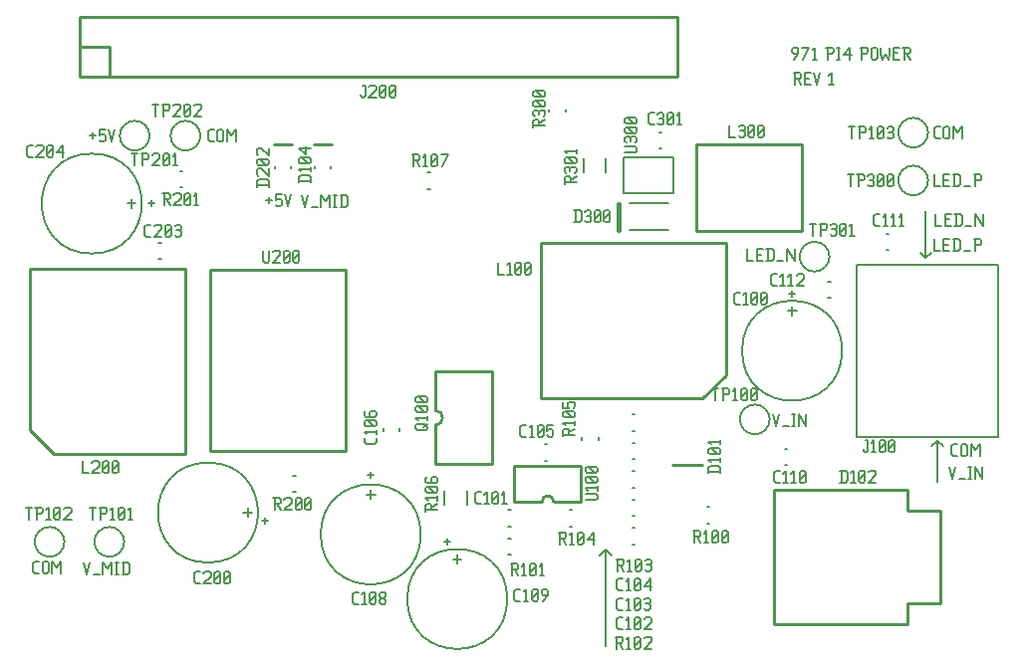
<source format=gbr>
G04 start of page 9 for group -4079 idx -4079 *
G04 Title: RspPiPS, topsilk *
G04 Creator: pcb 4.2.0 *
G04 CreationDate: Mon Jan 27 09:10:50 2020 UTC *
G04 For: brian *
G04 Format: Gerber/RS-274X *
G04 PCB-Dimensions (mil): 10000.00 10000.00 *
G04 PCB-Coordinate-Origin: lower left *
%MOIN*%
%FSLAX25Y25*%
%LNTOPSILK*%
%ADD90C,0.0110*%
%ADD89C,0.0080*%
%ADD88C,0.0100*%
%ADD87C,0.0150*%
%ADD86C,0.0060*%
G54D86*X452756Y706693D02*Y690945D01*
G54D87*X350000Y709000D02*Y700500D01*
G54D86*X345500Y561000D02*Y593500D01*
X343500Y591500D01*
X345500Y593500D02*X347500Y591500D01*
G54D88*X234500Y729000D02*X240500D01*
X248000D02*X254000D01*
G54D86*X452756Y690945D02*X454724Y692913D01*
X452756Y690945D02*X450787Y692913D01*
X456693Y616142D02*Y629921D01*
X454724Y627953D01*
X456693Y629921D02*X458661Y627953D01*
G54D89*X230500Y603000D02*X232500D01*
X231500Y604000D02*Y602000D01*
X266000Y618500D02*X268000D01*
X267000Y619500D02*Y617500D01*
X291500Y596000D02*X293500D01*
X292500Y597000D02*Y595000D01*
X173000Y732000D02*X175000D01*
X174000Y733000D02*Y731000D01*
X176200Y734000D02*X178200D01*
X176200D02*Y732000D01*
X176700Y732500D01*
X177700D01*
X178200Y732000D01*
Y730500D01*
X177700Y730000D02*X178200Y730500D01*
X176700Y730000D02*X177700D01*
X176200Y730500D02*X176700Y730000D01*
X179400Y734000D02*X180400Y730000D01*
X181400Y734000D01*
X213200Y730000D02*X214500D01*
X212500Y730700D02*X213200Y730000D01*
X212500Y733300D02*Y730700D01*
Y733300D02*X213200Y734000D01*
X214500D01*
X215700Y733500D02*Y730500D01*
Y733500D02*X216200Y734000D01*
X217200D01*
X217700Y733500D01*
Y730500D01*
X217200Y730000D02*X217700Y730500D01*
X216200Y730000D02*X217200D01*
X215700Y730500D02*X216200Y730000D01*
X218900Y734000D02*Y730000D01*
Y734000D02*X220400Y732000D01*
X221900Y734000D01*
Y730000D01*
X192500Y709500D02*X194500D01*
X193500Y710500D02*Y708500D01*
X171000Y589000D02*X172000Y585000D01*
X173000Y589000D01*
X174200Y585000D02*X176200D01*
X177400Y589000D02*Y585000D01*
Y589000D02*X178900Y587000D01*
X180400Y589000D01*
Y585000D01*
X181600Y589000D02*X182600D01*
X182100D02*Y585000D01*
X181600D02*X182600D01*
X184300Y589000D02*Y585000D01*
X185600Y589000D02*X186300Y588300D01*
Y585700D01*
X185600Y585000D02*X186300Y585700D01*
X183800Y585000D02*X185600D01*
X183800Y589000D02*X185600D01*
X154700Y585500D02*X156000D01*
X154000Y586200D02*X154700Y585500D01*
X154000Y588800D02*Y586200D01*
Y588800D02*X154700Y589500D01*
X156000D01*
X157200Y589000D02*Y586000D01*
Y589000D02*X157700Y589500D01*
X158700D01*
X159200Y589000D01*
Y586000D01*
X158700Y585500D02*X159200Y586000D01*
X157700Y585500D02*X158700D01*
X157200Y586000D02*X157700Y585500D01*
X160400Y589500D02*Y585500D01*
Y589500D02*X161900Y587500D01*
X163400Y589500D01*
Y585500D01*
X232002Y710393D02*X234002D01*
X233002Y711393D02*Y709393D01*
X235202Y712393D02*X237202D01*
X235202D02*Y710393D01*
X235702Y710893D01*
X236702D01*
X237202Y710393D01*
Y708893D01*
X236702Y708393D02*X237202Y708893D01*
X235702Y708393D02*X236702D01*
X235202Y708893D02*X235702Y708393D01*
X238402Y712393D02*X239402Y708393D01*
X240402Y712393D01*
X244000Y712000D02*X245000Y708000D01*
X246000Y712000D01*
X247200Y708000D02*X249200D01*
X250400Y712000D02*Y708000D01*
Y712000D02*X251900Y710000D01*
X253400Y712000D01*
Y708000D01*
X254600Y712000D02*X255600D01*
X255100D02*Y708000D01*
X254600D02*X255600D01*
X257300Y712000D02*Y708000D01*
X258600Y712000D02*X259300Y711300D01*
Y708700D01*
X258600Y708000D02*X259300Y708700D01*
X256800Y708000D02*X258600D01*
X256800Y712000D02*X258600D01*
X407000Y679000D02*X409000D01*
X408000Y680000D02*Y678000D01*
X393000Y694000D02*Y690000D01*
X395000D01*
X396200Y692200D02*X397700D01*
X396200Y690000D02*X398200D01*
X396200Y694000D02*Y690000D01*
Y694000D02*X398200D01*
X399900D02*Y690000D01*
X401200Y694000D02*X401900Y693300D01*
Y690700D01*
X401200Y690000D02*X401900Y690700D01*
X399400Y690000D02*X401200D01*
X399400Y694000D02*X401200D01*
X403100Y690000D02*X405100D01*
X406300Y694000D02*Y690000D01*
Y694000D02*X408800Y690000D01*
Y694000D02*Y690000D01*
X401575Y638764D02*X402575Y634764D01*
X403575Y638764D01*
X404775Y634764D02*X406775D01*
X407975Y638764D02*X408975D01*
X408475D02*Y634764D01*
X407975D02*X408975D01*
X410175Y638764D02*Y634764D01*
Y638764D02*X412675Y634764D01*
Y638764D02*Y634764D01*
X455500Y719000D02*Y715000D01*
X457500D01*
X458700Y717200D02*X460200D01*
X458700Y715000D02*X460700D01*
X458700Y719000D02*Y715000D01*
Y719000D02*X460700D01*
X462400D02*Y715000D01*
X463700Y719000D02*X464400Y718300D01*
Y715700D01*
X463700Y715000D02*X464400Y715700D01*
X461900Y715000D02*X463700D01*
X461900Y719000D02*X463700D01*
X465600Y715000D02*X467600D01*
X469300Y719000D02*Y715000D01*
X468800Y719000D02*X470800D01*
X471300Y718500D01*
Y717500D01*
X470800Y717000D02*X471300Y717500D01*
X469300Y717000D02*X470800D01*
X462106Y624701D02*X463406D01*
X461406Y625401D02*X462106Y624701D01*
X461406Y628001D02*Y625401D01*
Y628001D02*X462106Y628701D01*
X463406D01*
X464606Y628201D02*Y625201D01*
Y628201D02*X465106Y628701D01*
X466106D01*
X466606Y628201D01*
Y625201D01*
X466106Y624701D02*X466606Y625201D01*
X465106Y624701D02*X466106D01*
X464606Y625201D02*X465106Y624701D01*
X467806Y628701D02*Y624701D01*
Y628701D02*X469306Y626701D01*
X470806Y628701D01*
Y624701D01*
X455992Y705811D02*Y701811D01*
X457992D01*
X459192Y704011D02*X460692D01*
X459192Y701811D02*X461192D01*
X459192Y705811D02*Y701811D01*
Y705811D02*X461192D01*
X462892D02*Y701811D01*
X464192Y705811D02*X464892Y705111D01*
Y702511D01*
X464192Y701811D02*X464892Y702511D01*
X462392Y701811D02*X464192D01*
X462392Y705811D02*X464192D01*
X466092Y701811D02*X468092D01*
X469292Y705811D02*Y701811D01*
Y705811D02*X471792Y701811D01*
Y705811D02*Y701811D01*
X455500Y697346D02*Y693346D01*
X457500D01*
X458700Y695546D02*X460200D01*
X458700Y693346D02*X460700D01*
X458700Y697346D02*Y693346D01*
Y697346D02*X460700D01*
X462400D02*Y693346D01*
X463700Y697346D02*X464400Y696646D01*
Y694046D01*
X463700Y693346D02*X464400Y694046D01*
X461900Y693346D02*X463700D01*
X461900Y697346D02*X463700D01*
X465600Y693346D02*X467600D01*
X469300Y697346D02*Y693346D01*
X468800Y697346D02*X470800D01*
X471300Y696846D01*
Y695846D01*
X470800Y695346D02*X471300Y695846D01*
X469300Y695346D02*X470800D01*
X460630Y621047D02*X461630Y617047D01*
X462630Y621047D01*
X463830Y617047D02*X465830D01*
X467030Y621047D02*X468030D01*
X467530D02*Y617047D01*
X467030D02*X468030D01*
X469230Y621047D02*Y617047D01*
Y621047D02*X471730Y617047D01*
Y621047D02*Y617047D01*
X456200Y731000D02*X457500D01*
X455500Y731700D02*X456200Y731000D01*
X455500Y734300D02*Y731700D01*
Y734300D02*X456200Y735000D01*
X457500D01*
X458700Y734500D02*Y731500D01*
Y734500D02*X459200Y735000D01*
X460200D01*
X460700Y734500D01*
Y731500D01*
X460200Y731000D02*X460700Y731500D01*
X459200Y731000D02*X460200D01*
X458700Y731500D02*X459200Y731000D01*
X461900Y735000D02*Y731000D01*
Y735000D02*X463400Y733000D01*
X464900Y735000D01*
Y731000D01*
X408500Y757500D02*X410000Y759500D01*
Y761000D02*Y759500D01*
X409500Y761500D02*X410000Y761000D01*
X408500Y761500D02*X409500D01*
X408000Y761000D02*X408500Y761500D01*
X408000Y761000D02*Y760000D01*
X408500Y759500D01*
X410000D01*
X411700Y757500D02*X413700Y761500D01*
X411200D02*X413700D01*
X414900Y760700D02*X415700Y761500D01*
Y757500D01*
X414900D02*X416400D01*
X419900Y761500D02*Y757500D01*
X419400Y761500D02*X421400D01*
X421900Y761000D01*
Y760000D01*
X421400Y759500D02*X421900Y760000D01*
X419900Y759500D02*X421400D01*
X423100Y761500D02*X424100D01*
X423600D02*Y757500D01*
X423100D02*X424100D01*
X425300Y759000D02*X427300Y761500D01*
X425300Y759000D02*X427800D01*
X427300Y761500D02*Y757500D01*
X431300Y761500D02*Y757500D01*
X430800Y761500D02*X432800D01*
X433300Y761000D01*
Y760000D01*
X432800Y759500D02*X433300Y760000D01*
X431300Y759500D02*X432800D01*
X434500Y761000D02*Y758000D01*
Y761000D02*X435000Y761500D01*
X436000D01*
X436500Y761000D01*
Y758000D01*
X436000Y757500D02*X436500Y758000D01*
X435000Y757500D02*X436000D01*
X434500Y758000D02*X435000Y757500D01*
X437700Y761500D02*Y759500D01*
X438200Y757500D01*
X439200Y759500D01*
X440200Y757500D01*
X440700Y759500D01*
Y761500D02*Y759500D01*
X441900Y759700D02*X443400D01*
X441900Y757500D02*X443900D01*
X441900Y761500D02*Y757500D01*
Y761500D02*X443900D01*
X445100D02*X447100D01*
X447600Y761000D01*
Y760000D01*
X447100Y759500D02*X447600Y760000D01*
X445600Y759500D02*X447100D01*
X445600Y761500D02*Y757500D01*
X446400Y759500D02*X447600Y757500D01*
X408500Y753000D02*X410500D01*
X411000Y752500D01*
Y751500D01*
X410500Y751000D02*X411000Y751500D01*
X409000Y751000D02*X410500D01*
X409000Y753000D02*Y749000D01*
X409800Y751000D02*X411000Y749000D01*
X412200Y751200D02*X413700D01*
X412200Y749000D02*X414200D01*
X412200Y753000D02*Y749000D01*
Y753000D02*X414200D01*
X415400D02*X416400Y749000D01*
X417400Y753000D01*
X420400Y752200D02*X421200Y753000D01*
Y749000D01*
X420400D02*X421900D01*
X351600Y712600D02*X368200D01*
Y724800D02*Y712600D01*
X351600Y724800D02*X368200D01*
X351600D02*Y712600D01*
X353504Y709528D02*X366496D01*
X353504Y700472D02*X366496D01*
G54D90*X354882D03*
Y709528D03*
G54D89*X363607Y727745D02*X364393D01*
X363607Y733255D02*X364393D01*
X429736Y688929D02*Y631055D01*
Y688929D02*X476980D01*
Y631055D01*
X429736D02*X476980D01*
G54D88*X385906Y695984D02*Y651890D01*
X324094Y695984D02*Y644016D01*
Y695984D02*X385906D01*
X324094Y644016D02*X378031D01*
X385906Y651890D02*X378031Y644016D01*
G54D89*X354457Y638755D02*X355243D01*
X354457Y633245D02*X355243D01*
X408000Y674764D02*Y671811D01*
X406524Y673287D02*X409476D01*
X424732Y660000D02*G75*G03X424732Y660000I-16732J0D01*G01*
X420107Y683255D02*X420893D01*
X420107Y677745D02*X420893D01*
G54D86*X395500Y632000D02*G75*G03X400500Y637000I0J5000D01*G01*
G75*G03X395500Y642000I-5000J0D01*G01*
G75*G03X390500Y637000I0J-5000D01*G01*
G75*G03X395500Y632000I5000J0D01*G01*
G54D89*X326745Y740893D02*Y740107D01*
X332255Y740893D02*Y740107D01*
G54D88*X411217Y699933D02*X375783D01*
X411217Y729067D02*X375783D01*
X411217D02*Y699933D01*
X375783Y729067D02*Y699933D01*
G54D86*X448500Y712000D02*G75*G03X453500Y717000I0J5000D01*G01*
G75*G03X448500Y722000I-5000J0D01*G01*
G75*G03X443500Y717000I0J-5000D01*G01*
G75*G03X448500Y712000I5000J0D01*G01*
Y728000D02*G75*G03X453500Y733000I0J5000D01*G01*
G75*G03X448500Y738000I-5000J0D01*G01*
G75*G03X443500Y733000I0J-5000D01*G01*
G75*G03X448500Y728000I5000J0D01*G01*
G54D89*X345740Y724362D02*Y719638D01*
X338260Y724362D02*Y719638D01*
G54D86*X415500Y686500D02*G75*G03X420500Y691500I0J5000D01*G01*
G75*G03X415500Y696500I-5000J0D01*G01*
G75*G03X410500Y691500I0J-5000D01*G01*
G75*G03X415500Y686500I5000J0D01*G01*
G54D89*X439564Y699255D02*X440350D01*
X439564Y693745D02*X440350D01*
G54D88*X401900Y613550D02*X446575D01*
X401900D02*Y568450D01*
X446575D01*
Y575500D02*X457675D01*
Y606500D02*Y575500D01*
X446575Y606500D02*X457675D01*
X446575Y575500D02*Y568450D01*
Y613550D02*Y606500D01*
G54D89*X379607Y607755D02*X380393D01*
X379607Y602245D02*X380393D01*
X405607Y627255D02*X406393D01*
X405607Y621745D02*X406393D01*
X185457Y709276D02*X188409D01*
X186933Y710752D02*Y707799D01*
X173646Y692543D02*G75*G03X173646Y692543I0J16732D01*G01*
G54D88*X288543Y622049D02*X307543D01*
Y653049D02*Y622049D01*
X288543Y653049D02*X307543D01*
X288543Y635049D02*Y622049D01*
Y653049D02*Y640049D01*
Y635049D02*G75*G03X288543Y640049I0J2500D01*G01*
G54D89*X267000Y613264D02*Y610311D01*
X265524Y611787D02*X268476D01*
X283732Y598500D02*G75*G03X283732Y598500I-16732J0D01*G01*
X291772Y613126D02*Y608402D01*
X299252Y613126D02*Y608402D01*
X276755Y633979D02*Y633193D01*
X271245Y633979D02*Y633193D01*
X313107Y606755D02*X313893D01*
X313107Y601245D02*X313893D01*
G54D88*X328123Y609512D02*X337323D01*
X315023D02*X324323D01*
X315023Y621312D02*Y609512D01*
Y621312D02*X337323D01*
Y609512D01*
X328123D02*G75*G03X324323Y609512I-1900J0D01*G01*
G54D89*X325193Y628755D02*X325979D01*
X325193Y623245D02*X325979D01*
X333607Y601245D02*X334393D01*
X333607Y606755D02*X334393D01*
G54D88*X368000Y621600D02*X378000D01*
G54D89*X354607Y595245D02*X355393D01*
X354607Y600755D02*X355393D01*
X343212Y630936D02*Y630150D01*
X337702Y630936D02*Y630150D01*
X224346Y605799D02*X227299D01*
X225823Y607276D02*Y604323D01*
X212535Y589067D02*G75*G03X212535Y589067I0J16732D01*G01*
X241064Y612745D02*X241850D01*
X241064Y618255D02*X241850D01*
G54D86*X159500Y591000D02*G75*G03X164500Y596000I0J5000D01*G01*
G75*G03X159500Y601000I-5000J0D01*G01*
G75*G03X154500Y596000I0J-5000D01*G01*
G75*G03X159500Y591000I5000J0D01*G01*
X179500D02*G75*G03X184500Y596000I0J5000D01*G01*
G75*G03X179500Y601000I-5000J0D01*G01*
G75*G03X174500Y596000I0J-5000D01*G01*
G75*G03X179500Y591000I5000J0D01*G01*
G54D89*X354607Y604745D02*X355393D01*
X354607Y610255D02*X355393D01*
X313107Y597255D02*X313893D01*
X313107Y591745D02*X313893D01*
X295949Y591642D02*Y588689D01*
X294472Y590165D02*X297425D01*
X312681Y576878D02*G75*G03X312681Y576878I-16732J0D01*G01*
X354607Y623745D02*X355393D01*
X354607Y629255D02*X355393D01*
X354607Y614245D02*X355393D01*
X354607Y619755D02*X355393D01*
G54D88*X169700Y751800D02*X369700D01*
Y771800D02*Y751800D01*
X169700Y771800D02*X369700D01*
X169700D02*Y751800D01*
X179700Y761800D02*Y751800D01*
X169700Y761800D02*X179700D01*
G54D89*X286107Y719755D02*X286893D01*
X286107Y714245D02*X286893D01*
X248245Y721850D02*Y721064D01*
X253755Y721850D02*Y721064D01*
G54D88*X213250Y626450D02*X258750D01*
X213250D02*Y687000D01*
X258750Y626450D02*Y687000D01*
X213250D02*X258750D01*
X160890Y625594D02*X204984D01*
X153016Y687406D02*X204984D01*
Y625594D01*
X153016Y687406D02*Y633469D01*
X160890Y625594D02*X153016Y633469D01*
G54D89*X196107Y690745D02*X196893D01*
X196107Y696255D02*X196893D01*
X234788Y721850D02*Y721064D01*
X240298Y721850D02*Y721064D01*
X203150Y714745D02*X203936D01*
X203150Y720255D02*X203936D01*
G54D86*X205000Y727000D02*G75*G03X210000Y732000I0J5000D01*G01*
G75*G03X205000Y737000I-5000J0D01*G01*
G75*G03X200000Y732000I0J-5000D01*G01*
G75*G03X205000Y727000I5000J0D01*G01*
X188000D02*G75*G03X193000Y732000I0J5000D01*G01*
G75*G03X188000Y737000I-5000J0D01*G01*
G75*G03X183000Y732000I0J-5000D01*G01*
G75*G03X188000Y727000I5000J0D01*G01*
G54D89*X374850Y599650D02*X376850D01*
X377350Y599150D01*
Y598150D01*
X376850Y597650D02*X377350Y598150D01*
X375350Y597650D02*X376850D01*
X375350Y599650D02*Y595650D01*
X376150Y597650D02*X377350Y595650D01*
X378550Y598850D02*X379350Y599650D01*
Y595650D01*
X378550D02*X380050D01*
X381250Y596150D02*X381750Y595650D01*
X381250Y599150D02*Y596150D01*
Y599150D02*X381750Y599650D01*
X382750D01*
X383250Y599150D01*
Y596150D01*
X382750Y595650D02*X383250Y596150D01*
X381750Y595650D02*X382750D01*
X381250Y596650D02*X383250Y598650D01*
X384450Y596150D02*X384950Y595650D01*
X384450Y599150D02*Y596150D01*
Y599150D02*X384950Y599650D01*
X385950D01*
X386450Y599150D01*
Y596150D01*
X385950Y595650D02*X386450Y596150D01*
X384950Y595650D02*X385950D01*
X384450Y596650D02*X386450Y598650D01*
X380000Y619500D02*X384000D01*
X380000Y620800D02*X380700Y621500D01*
X383300D01*
X384000Y620800D02*X383300Y621500D01*
X384000Y620800D02*Y619000D01*
X380000Y620800D02*Y619000D01*
X380800Y622700D02*X380000Y623500D01*
X384000D01*
Y624200D02*Y622700D01*
X383500Y625400D02*X384000Y625900D01*
X380500Y625400D02*X383500D01*
X380500D02*X380000Y625900D01*
Y626900D02*Y625900D01*
Y626900D02*X380500Y627400D01*
X383500D01*
X384000Y626900D02*X383500Y627400D01*
X384000Y626900D02*Y625900D01*
X383000Y625400D02*X381000Y627400D01*
X380800Y628600D02*X380000Y629400D01*
X384000D01*
Y630100D02*Y628600D01*
X338823Y610012D02*X342323D01*
X342823Y610512D01*
Y611512D02*Y610512D01*
Y611512D02*X342323Y612012D01*
X338823D02*X342323D01*
X339623Y613212D02*X338823Y614012D01*
X342823D01*
Y614712D02*Y613212D01*
X342323Y615912D02*X342823Y616412D01*
X339323Y615912D02*X342323D01*
X339323D02*X338823Y616412D01*
Y617412D02*Y616412D01*
Y617412D02*X339323Y617912D01*
X342323D01*
X342823Y617412D02*X342323Y617912D01*
X342823Y617412D02*Y616412D01*
X341823Y615912D02*X339823Y617912D01*
X342323Y619112D02*X342823Y619612D01*
X339323Y619112D02*X342323D01*
X339323D02*X338823Y619612D01*
Y620612D02*Y619612D01*
Y620612D02*X339323Y621112D01*
X342323D01*
X342823Y620612D02*X342323Y621112D01*
X342823Y620612D02*Y619612D01*
X341823Y619112D02*X339823Y621112D01*
X329850Y599150D02*X331850D01*
X332350Y598650D01*
Y597650D01*
X331850Y597150D02*X332350Y597650D01*
X330350Y597150D02*X331850D01*
X330350Y599150D02*Y595150D01*
X331150Y597150D02*X332350Y595150D01*
X333550Y598350D02*X334350Y599150D01*
Y595150D01*
X333550D02*X335050D01*
X336250Y595650D02*X336750Y595150D01*
X336250Y598650D02*Y595650D01*
Y598650D02*X336750Y599150D01*
X337750D01*
X338250Y598650D01*
Y595650D01*
X337750Y595150D02*X338250Y595650D01*
X336750Y595150D02*X337750D01*
X336250Y596150D02*X338250Y598150D01*
X339450Y596650D02*X341450Y599150D01*
X339450Y596650D02*X341950D01*
X341450Y599150D02*Y595150D01*
X348850Y564150D02*X350850D01*
X351350Y563650D01*
Y562650D01*
X350850Y562150D02*X351350Y562650D01*
X349350Y562150D02*X350850D01*
X349350Y564150D02*Y560150D01*
X350150Y562150D02*X351350Y560150D01*
X352550Y563350D02*X353350Y564150D01*
Y560150D01*
X352550D02*X354050D01*
X355250Y560650D02*X355750Y560150D01*
X355250Y563650D02*Y560650D01*
Y563650D02*X355750Y564150D01*
X356750D01*
X357250Y563650D01*
Y560650D01*
X356750Y560150D02*X357250Y560650D01*
X355750Y560150D02*X356750D01*
X355250Y561150D02*X357250Y563150D01*
X358450Y563650D02*X358950Y564150D01*
X360450D01*
X360950Y563650D01*
Y562650D01*
X358450Y560150D02*X360950Y562650D01*
X358450Y560150D02*X360950D01*
X350050Y566650D02*X351350D01*
X349350Y567350D02*X350050Y566650D01*
X349350Y569950D02*Y567350D01*
Y569950D02*X350050Y570650D01*
X351350D01*
X352550Y569850D02*X353350Y570650D01*
Y566650D01*
X352550D02*X354050D01*
X355250Y567150D02*X355750Y566650D01*
X355250Y570150D02*Y567150D01*
Y570150D02*X355750Y570650D01*
X356750D01*
X357250Y570150D01*
Y567150D01*
X356750Y566650D02*X357250Y567150D01*
X355750Y566650D02*X356750D01*
X355250Y567650D02*X357250Y569650D01*
X358450Y570150D02*X358950Y570650D01*
X360450D01*
X360950Y570150D01*
Y569150D01*
X358450Y566650D02*X360950Y569150D01*
X358450Y566650D02*X360950D01*
X350050Y579650D02*X351350D01*
X349350Y580350D02*X350050Y579650D01*
X349350Y582950D02*Y580350D01*
Y582950D02*X350050Y583650D01*
X351350D01*
X352550Y582850D02*X353350Y583650D01*
Y579650D01*
X352550D02*X354050D01*
X355250Y580150D02*X355750Y579650D01*
X355250Y583150D02*Y580150D01*
Y583150D02*X355750Y583650D01*
X356750D01*
X357250Y583150D01*
Y580150D01*
X356750Y579650D02*X357250Y580150D01*
X355750Y579650D02*X356750D01*
X355250Y580650D02*X357250Y582650D01*
X358450Y581150D02*X360450Y583650D01*
X358450Y581150D02*X360950D01*
X360450Y583650D02*Y579650D01*
X313850Y588650D02*X315850D01*
X316350Y588150D01*
Y587150D01*
X315850Y586650D02*X316350Y587150D01*
X314350Y586650D02*X315850D01*
X314350Y588650D02*Y584650D01*
X315150Y586650D02*X316350Y584650D01*
X317550Y587850D02*X318350Y588650D01*
Y584650D01*
X317550D02*X319050D01*
X320250Y585150D02*X320750Y584650D01*
X320250Y588150D02*Y585150D01*
Y588150D02*X320750Y588650D01*
X321750D01*
X322250Y588150D01*
Y585150D01*
X321750Y584650D02*X322250Y585150D01*
X320750Y584650D02*X321750D01*
X320250Y585650D02*X322250Y587650D01*
X323450Y587850D02*X324250Y588650D01*
Y584650D01*
X323450D02*X324950D01*
X315751Y576122D02*X317051D01*
X315051Y576822D02*X315751Y576122D01*
X315051Y579422D02*Y576822D01*
Y579422D02*X315751Y580122D01*
X317051D01*
X318251Y579322D02*X319051Y580122D01*
Y576122D01*
X318251D02*X319751D01*
X320951Y576622D02*X321451Y576122D01*
X320951Y579622D02*Y576622D01*
Y579622D02*X321451Y580122D01*
X322451D01*
X322951Y579622D01*
Y576622D01*
X322451Y576122D02*X322951Y576622D01*
X321451Y576122D02*X322451D01*
X320951Y577122D02*X322951Y579122D01*
X324651Y576122D02*X326151Y578122D01*
Y579622D02*Y578122D01*
X325651Y580122D02*X326151Y579622D01*
X324651Y580122D02*X325651D01*
X324151Y579622D02*X324651Y580122D01*
X324151Y579622D02*Y578622D01*
X324651Y578122D01*
X326151D01*
X349200Y590150D02*X351200D01*
X351700Y589650D01*
Y588650D01*
X351200Y588150D02*X351700Y588650D01*
X349700Y588150D02*X351200D01*
X349700Y590150D02*Y586150D01*
X350500Y588150D02*X351700Y586150D01*
X352900Y589350D02*X353700Y590150D01*
Y586150D01*
X352900D02*X354400D01*
X355600Y586650D02*X356100Y586150D01*
X355600Y589650D02*Y586650D01*
Y589650D02*X356100Y590150D01*
X357100D01*
X357600Y589650D01*
Y586650D01*
X357100Y586150D02*X357600Y586650D01*
X356100Y586150D02*X357100D01*
X355600Y587150D02*X357600Y589150D01*
X358800Y589650D02*X359300Y590150D01*
X360300D01*
X360800Y589650D01*
X360300Y586150D02*X360800Y586650D01*
X359300Y586150D02*X360300D01*
X358800Y586650D02*X359300Y586150D01*
Y588350D02*X360300D01*
X360800Y589650D02*Y588850D01*
Y587850D02*Y586650D01*
Y587850D02*X360300Y588350D01*
X360800Y588850D02*X360300Y588350D01*
X350050Y573150D02*X351350D01*
X349350Y573850D02*X350050Y573150D01*
X349350Y576450D02*Y573850D01*
Y576450D02*X350050Y577150D01*
X351350D01*
X352550Y576350D02*X353350Y577150D01*
Y573150D01*
X352550D02*X354050D01*
X355250Y573650D02*X355750Y573150D01*
X355250Y576650D02*Y573650D01*
Y576650D02*X355750Y577150D01*
X356750D01*
X357250Y576650D01*
Y573650D01*
X356750Y573150D02*X357250Y573650D01*
X355750Y573150D02*X356750D01*
X355250Y574150D02*X357250Y576150D01*
X358450Y576650D02*X358950Y577150D01*
X359950D01*
X360450Y576650D01*
X359950Y573150D02*X360450Y573650D01*
X358950Y573150D02*X359950D01*
X358450Y573650D02*X358950Y573150D01*
Y575350D02*X359950D01*
X360450Y576650D02*Y575850D01*
Y574850D02*Y573650D01*
Y574850D02*X359950Y575350D01*
X360450Y575850D02*X359950Y575350D01*
X152476Y724854D02*X153776D01*
X151776Y725554D02*X152476Y724854D01*
X151776Y728154D02*Y725554D01*
Y728154D02*X152476Y728854D01*
X153776D01*
X154976Y728354D02*X155476Y728854D01*
X156976D01*
X157476Y728354D01*
Y727354D01*
X154976Y724854D02*X157476Y727354D01*
X154976Y724854D02*X157476D01*
X158676Y725354D02*X159176Y724854D01*
X158676Y728354D02*Y725354D01*
Y728354D02*X159176Y728854D01*
X160176D01*
X160676Y728354D01*
Y725354D01*
X160176Y724854D02*X160676Y725354D01*
X159176Y724854D02*X160176D01*
X158676Y725854D02*X160676Y727854D01*
X161876Y726354D02*X163876Y728854D01*
X161876Y726354D02*X164376D01*
X163876Y728854D02*Y724854D01*
X192050Y698150D02*X193350D01*
X191350Y698850D02*X192050Y698150D01*
X191350Y701450D02*Y698850D01*
Y701450D02*X192050Y702150D01*
X193350D01*
X194550Y701650D02*X195050Y702150D01*
X196550D01*
X197050Y701650D01*
Y700650D01*
X194550Y698150D02*X197050Y700650D01*
X194550Y698150D02*X197050D01*
X198250Y698650D02*X198750Y698150D01*
X198250Y701650D02*Y698650D01*
Y701650D02*X198750Y702150D01*
X199750D01*
X200250Y701650D01*
Y698650D01*
X199750Y698150D02*X200250Y698650D01*
X198750Y698150D02*X199750D01*
X198250Y699150D02*X200250Y701150D01*
X201450Y701650D02*X201950Y702150D01*
X202950D01*
X203450Y701650D01*
X202950Y698150D02*X203450Y698650D01*
X201950Y698150D02*X202950D01*
X201450Y698650D02*X201950Y698150D01*
Y700350D02*X202950D01*
X203450Y701650D02*Y700850D01*
Y699850D02*Y698650D01*
Y699850D02*X202950Y700350D01*
X203450Y700850D02*X202950Y700350D01*
X187000Y726000D02*X189000D01*
X188000D02*Y722000D01*
X190700Y726000D02*Y722000D01*
X190200Y726000D02*X192200D01*
X192700Y725500D01*
Y724500D01*
X192200Y724000D02*X192700Y724500D01*
X190700Y724000D02*X192200D01*
X193900Y725500D02*X194400Y726000D01*
X195900D01*
X196400Y725500D01*
Y724500D01*
X193900Y722000D02*X196400Y724500D01*
X193900Y722000D02*X196400D01*
X197600Y722500D02*X198100Y722000D01*
X197600Y725500D02*Y722500D01*
Y725500D02*X198100Y726000D01*
X199100D01*
X199600Y725500D01*
Y722500D01*
X199100Y722000D02*X199600Y722500D01*
X198100Y722000D02*X199100D01*
X197600Y723000D02*X199600Y725000D01*
X200800Y725200D02*X201600Y726000D01*
Y722000D01*
X200800D02*X202300D01*
X231000Y693475D02*Y689975D01*
X231500Y689475D01*
X232500D01*
X233000Y689975D01*
Y693475D02*Y689975D01*
X234200Y692975D02*X234700Y693475D01*
X236200D01*
X236700Y692975D01*
Y691975D01*
X234200Y689475D02*X236700Y691975D01*
X234200Y689475D02*X236700D01*
X237900Y689975D02*X238400Y689475D01*
X237900Y692975D02*Y689975D01*
Y692975D02*X238400Y693475D01*
X239400D01*
X239900Y692975D01*
Y689975D01*
X239400Y689475D02*X239900Y689975D01*
X238400Y689475D02*X239400D01*
X237900Y690475D02*X239900Y692475D01*
X241100Y689975D02*X241600Y689475D01*
X241100Y692975D02*Y689975D01*
Y692975D02*X241600Y693475D01*
X242600D01*
X243100Y692975D01*
Y689975D01*
X242600Y689475D02*X243100Y689975D01*
X241600Y689475D02*X242600D01*
X241100Y690475D02*X243100Y692475D01*
X228893Y715307D02*X232893D01*
X228893Y716607D02*X229593Y717307D01*
X232193D01*
X232893Y716607D02*X232193Y717307D01*
X232893Y716607D02*Y714807D01*
X228893Y716607D02*Y714807D01*
X229393Y718507D02*X228893Y719007D01*
Y720507D02*Y719007D01*
Y720507D02*X229393Y721007D01*
X230393D01*
X232893Y718507D02*X230393Y721007D01*
X232893D02*Y718507D01*
X232393Y722207D02*X232893Y722707D01*
X229393Y722207D02*X232393D01*
X229393D02*X228893Y722707D01*
Y723707D02*Y722707D01*
Y723707D02*X229393Y724207D01*
X232393D01*
X232893Y723707D02*X232393Y724207D01*
X232893Y723707D02*Y722707D01*
X231893Y722207D02*X229893Y724207D01*
X229393Y725407D02*X228893Y725907D01*
Y727407D02*Y725907D01*
Y727407D02*X229393Y727907D01*
X230393D01*
X232893Y725407D02*X230393Y727907D01*
X232893D02*Y725407D01*
X197307Y712650D02*X199307D01*
X199807Y712150D01*
Y711150D01*
X199307Y710650D02*X199807Y711150D01*
X197807Y710650D02*X199307D01*
X197807Y712650D02*Y708650D01*
X198607Y710650D02*X199807Y708650D01*
X201007Y712150D02*X201507Y712650D01*
X203007D01*
X203507Y712150D01*
Y711150D01*
X201007Y708650D02*X203507Y711150D01*
X201007Y708650D02*X203507D01*
X204707Y709150D02*X205207Y708650D01*
X204707Y712150D02*Y709150D01*
Y712150D02*X205207Y712650D01*
X206207D01*
X206707Y712150D01*
Y709150D01*
X206207Y708650D02*X206707Y709150D01*
X205207Y708650D02*X206207D01*
X204707Y709650D02*X206707Y711650D01*
X207907Y711850D02*X208707Y712650D01*
Y708650D01*
X207907D02*X209407D01*
X194000Y742500D02*X196000D01*
X195000D02*Y738500D01*
X197700Y742500D02*Y738500D01*
X197200Y742500D02*X199200D01*
X199700Y742000D01*
Y741000D01*
X199200Y740500D02*X199700Y741000D01*
X197700Y740500D02*X199200D01*
X200900Y742000D02*X201400Y742500D01*
X202900D01*
X203400Y742000D01*
Y741000D01*
X200900Y738500D02*X203400Y741000D01*
X200900Y738500D02*X203400D01*
X204600Y739000D02*X205100Y738500D01*
X204600Y742000D02*Y739000D01*
Y742000D02*X205100Y742500D01*
X206100D01*
X206600Y742000D01*
Y739000D01*
X206100Y738500D02*X206600Y739000D01*
X205100Y738500D02*X206100D01*
X204600Y739500D02*X206600Y741500D01*
X207800Y742000D02*X208300Y742500D01*
X209800D01*
X210300Y742000D01*
Y741000D01*
X207800Y738500D02*X210300Y741000D01*
X207800Y738500D02*X210300D01*
X282543Y633549D02*X285543D01*
X282543D02*X282043Y634049D01*
Y635049D02*Y634049D01*
Y635049D02*X282543Y635549D01*
X285043D01*
X286043Y634549D02*X285043Y635549D01*
X286043Y634549D02*Y634049D01*
X285543Y633549D02*X286043Y634049D01*
X284543Y634549D02*X286043Y635549D01*
X282843Y636749D02*X282043Y637549D01*
X286043D01*
Y638249D02*Y636749D01*
X285543Y639449D02*X286043Y639949D01*
X282543Y639449D02*X285543D01*
X282543D02*X282043Y639949D01*
Y640949D02*Y639949D01*
Y640949D02*X282543Y641449D01*
X285543D01*
X286043Y640949D02*X285543Y641449D01*
X286043Y640949D02*Y639949D01*
X285043Y639449D02*X283043Y641449D01*
X285543Y642649D02*X286043Y643149D01*
X282543Y642649D02*X285543D01*
X282543D02*X282043Y643149D01*
Y644149D02*Y643149D01*
Y644149D02*X282543Y644649D01*
X285543D01*
X286043Y644149D02*X285543Y644649D01*
X286043Y644149D02*Y643149D01*
X285043Y642649D02*X283043Y644649D01*
X302550Y608650D02*X303850D01*
X301850Y609350D02*X302550Y608650D01*
X301850Y611950D02*Y609350D01*
Y611950D02*X302550Y612650D01*
X303850D01*
X305050Y611850D02*X305850Y612650D01*
Y608650D01*
X305050D02*X306550D01*
X307750Y609150D02*X308250Y608650D01*
X307750Y612150D02*Y609150D01*
Y612150D02*X308250Y612650D01*
X309250D01*
X309750Y612150D01*
Y609150D01*
X309250Y608650D02*X309750Y609150D01*
X308250Y608650D02*X309250D01*
X307750Y609650D02*X309750Y611650D01*
X310950Y611850D02*X311750Y612650D01*
Y608650D01*
X310950D02*X312450D01*
X268850Y630764D02*Y629464D01*
X268150Y628764D02*X268850Y629464D01*
X265550Y628764D02*X268150D01*
X265550D02*X264850Y629464D01*
Y630764D02*Y629464D01*
X265650Y631964D02*X264850Y632764D01*
X268850D01*
Y633464D02*Y631964D01*
X268350Y634664D02*X268850Y635164D01*
X265350Y634664D02*X268350D01*
X265350D02*X264850Y635164D01*
Y636164D02*Y635164D01*
Y636164D02*X265350Y636664D01*
X268350D01*
X268850Y636164D02*X268350Y636664D01*
X268850Y636164D02*Y635164D01*
X267850Y634664D02*X265850Y636664D01*
X264850Y639364D02*X265350Y639864D01*
X264850Y639364D02*Y638364D01*
X265350Y637864D02*X264850Y638364D01*
X265350Y637864D02*X268350D01*
X268850Y638364D01*
X266650Y639364D02*X267150Y639864D01*
X266650Y639364D02*Y637864D01*
X268850Y639364D02*Y638364D01*
Y639364D02*X268350Y639864D01*
X267150D02*X268350D01*
X317636Y631150D02*X318936D01*
X316936Y631850D02*X317636Y631150D01*
X316936Y634450D02*Y631850D01*
Y634450D02*X317636Y635150D01*
X318936D01*
X320136Y634350D02*X320936Y635150D01*
Y631150D01*
X320136D02*X321636D01*
X322836Y631650D02*X323336Y631150D01*
X322836Y634650D02*Y631650D01*
Y634650D02*X323336Y635150D01*
X324336D01*
X324836Y634650D01*
Y631650D01*
X324336Y631150D02*X324836Y631650D01*
X323336Y631150D02*X324336D01*
X322836Y632150D02*X324836Y634150D01*
X326036Y635150D02*X328036D01*
X326036D02*Y633150D01*
X326536Y633650D01*
X327536D01*
X328036Y633150D01*
Y631650D01*
X327536Y631150D02*X328036Y631650D01*
X326536Y631150D02*X327536D01*
X326036Y631650D02*X326536Y631150D01*
X264400Y748800D02*X265200D01*
Y745300D01*
X264700Y744800D02*X265200Y745300D01*
X264200Y744800D02*X264700D01*
X263700Y745300D02*X264200Y744800D01*
X263700Y745800D02*Y745300D01*
X266400Y748300D02*X266900Y748800D01*
X268400D01*
X268900Y748300D01*
Y747300D01*
X266400Y744800D02*X268900Y747300D01*
X266400Y744800D02*X268900D01*
X270100Y745300D02*X270600Y744800D01*
X270100Y748300D02*Y745300D01*
Y748300D02*X270600Y748800D01*
X271600D01*
X272100Y748300D01*
Y745300D01*
X271600Y744800D02*X272100Y745300D01*
X270600Y744800D02*X271600D01*
X270100Y745800D02*X272100Y747800D01*
X273300Y745300D02*X273800Y744800D01*
X273300Y748300D02*Y745300D01*
Y748300D02*X273800Y748800D01*
X274800D01*
X275300Y748300D01*
Y745300D01*
X274800Y744800D02*X275300Y745300D01*
X273800Y744800D02*X274800D01*
X273300Y745800D02*X275300Y747800D01*
X309500Y689500D02*Y685500D01*
X311500D01*
X312700Y688700D02*X313500Y689500D01*
Y685500D01*
X312700D02*X314200D01*
X315400Y686000D02*X315900Y685500D01*
X315400Y689000D02*Y686000D01*
Y689000D02*X315900Y689500D01*
X316900D01*
X317400Y689000D01*
Y686000D01*
X316900Y685500D02*X317400Y686000D01*
X315900Y685500D02*X316900D01*
X315400Y686500D02*X317400Y688500D01*
X318600Y686000D02*X319100Y685500D01*
X318600Y689000D02*Y686000D01*
Y689000D02*X319100Y689500D01*
X320100D01*
X320600Y689000D01*
Y686000D01*
X320100Y685500D02*X320600Y686000D01*
X319100Y685500D02*X320100D01*
X318600Y686500D02*X320600Y688500D01*
X335500Y707000D02*Y703000D01*
X336800Y707000D02*X337500Y706300D01*
Y703700D01*
X336800Y703000D02*X337500Y703700D01*
X335000Y703000D02*X336800D01*
X335000Y707000D02*X336800D01*
X338700Y706500D02*X339200Y707000D01*
X340200D01*
X340700Y706500D01*
X340200Y703000D02*X340700Y703500D01*
X339200Y703000D02*X340200D01*
X338700Y703500D02*X339200Y703000D01*
Y705200D02*X340200D01*
X340700Y706500D02*Y705700D01*
Y704700D02*Y703500D01*
Y704700D02*X340200Y705200D01*
X340700Y705700D02*X340200Y705200D01*
X341900Y703500D02*X342400Y703000D01*
X341900Y706500D02*Y703500D01*
Y706500D02*X342400Y707000D01*
X343400D01*
X343900Y706500D01*
Y703500D01*
X343400Y703000D02*X343900Y703500D01*
X342400Y703000D02*X343400D01*
X341900Y704000D02*X343900Y706000D01*
X345100Y703500D02*X345600Y703000D01*
X345100Y706500D02*Y703500D01*
Y706500D02*X345600Y707000D01*
X346600D01*
X347100Y706500D01*
Y703500D01*
X346600Y703000D02*X347100Y703500D01*
X345600Y703000D02*X346600D01*
X345100Y704000D02*X347100Y706000D01*
X321350Y736850D02*Y734850D01*
Y736850D02*X321850Y737350D01*
X322850D01*
X323350Y736850D02*X322850Y737350D01*
X323350Y736850D02*Y735350D01*
X321350D02*X325350D01*
X323350Y736150D02*X325350Y737350D01*
X321850Y738550D02*X321350Y739050D01*
Y740050D02*Y739050D01*
Y740050D02*X321850Y740550D01*
X325350Y740050D02*X324850Y740550D01*
X325350Y740050D02*Y739050D01*
X324850Y738550D02*X325350Y739050D01*
X323150Y740050D02*Y739050D01*
X321850Y740550D02*X322650D01*
X323650D02*X324850D01*
X323650D02*X323150Y740050D01*
X322650Y740550D02*X323150Y740050D01*
X324850Y741750D02*X325350Y742250D01*
X321850Y741750D02*X324850D01*
X321850D02*X321350Y742250D01*
Y743250D02*Y742250D01*
Y743250D02*X321850Y743750D01*
X324850D01*
X325350Y743250D02*X324850Y743750D01*
X325350Y743250D02*Y742250D01*
X324350Y741750D02*X322350Y743750D01*
X324850Y744950D02*X325350Y745450D01*
X321850Y744950D02*X324850D01*
X321850D02*X321350Y745450D01*
Y746450D02*Y745450D01*
Y746450D02*X321850Y746950D01*
X324850D01*
X325350Y746450D02*X324850Y746950D01*
X325350Y746450D02*Y745450D01*
X324350Y744950D02*X322350Y746950D01*
X331850Y717850D02*Y715850D01*
Y717850D02*X332350Y718350D01*
X333350D01*
X333850Y717850D02*X333350Y718350D01*
X333850Y717850D02*Y716350D01*
X331850D02*X335850D01*
X333850Y717150D02*X335850Y718350D01*
X332350Y719550D02*X331850Y720050D01*
Y721050D02*Y720050D01*
Y721050D02*X332350Y721550D01*
X335850Y721050D02*X335350Y721550D01*
X335850Y721050D02*Y720050D01*
X335350Y719550D02*X335850Y720050D01*
X333650Y721050D02*Y720050D01*
X332350Y721550D02*X333150D01*
X334150D02*X335350D01*
X334150D02*X333650Y721050D01*
X333150Y721550D02*X333650Y721050D01*
X335350Y722750D02*X335850Y723250D01*
X332350Y722750D02*X335350D01*
X332350D02*X331850Y723250D01*
Y724250D02*Y723250D01*
Y724250D02*X332350Y724750D01*
X335350D01*
X335850Y724250D02*X335350Y724750D01*
X335850Y724250D02*Y723250D01*
X334850Y722750D02*X332850Y724750D01*
X332650Y725950D02*X331850Y726750D01*
X335850D01*
Y727450D02*Y725950D01*
X280850Y725650D02*X282850D01*
X283350Y725150D01*
Y724150D01*
X282850Y723650D02*X283350Y724150D01*
X281350Y723650D02*X282850D01*
X281350Y725650D02*Y721650D01*
X282150Y723650D02*X283350Y721650D01*
X284550Y724850D02*X285350Y725650D01*
Y721650D01*
X284550D02*X286050D01*
X287250Y722150D02*X287750Y721650D01*
X287250Y725150D02*Y722150D01*
Y725150D02*X287750Y725650D01*
X288750D01*
X289250Y725150D01*
Y722150D01*
X288750Y721650D02*X289250Y722150D01*
X287750Y721650D02*X288750D01*
X287250Y722650D02*X289250Y724650D01*
X290950Y721650D02*X292950Y725650D01*
X290450D02*X292950D01*
X285362Y608114D02*Y606114D01*
Y608114D02*X285862Y608614D01*
X286862D01*
X287362Y608114D02*X286862Y608614D01*
X287362Y608114D02*Y606614D01*
X285362D02*X289362D01*
X287362Y607414D02*X289362Y608614D01*
X286162Y609814D02*X285362Y610614D01*
X289362D01*
Y611314D02*Y609814D01*
X288862Y612514D02*X289362Y613014D01*
X285862Y612514D02*X288862D01*
X285862D02*X285362Y613014D01*
Y614014D02*Y613014D01*
Y614014D02*X285862Y614514D01*
X288862D01*
X289362Y614014D02*X288862Y614514D01*
X289362Y614014D02*Y613014D01*
X288362Y612514D02*X286362Y614514D01*
X285362Y617214D02*X285862Y617714D01*
X285362Y617214D02*Y616214D01*
X285862Y615714D02*X285362Y616214D01*
X285862Y615714D02*X288862D01*
X289362Y616214D01*
X287162Y617214D02*X287662Y617714D01*
X287162Y617214D02*Y615714D01*
X289362Y617214D02*Y616214D01*
Y617214D02*X288862Y617714D01*
X287662D02*X288862D01*
X331393Y633307D02*Y631307D01*
Y633307D02*X331893Y633807D01*
X332893D01*
X333393Y633307D02*X332893Y633807D01*
X333393Y633307D02*Y631807D01*
X331393D02*X335393D01*
X333393Y632607D02*X335393Y633807D01*
X332193Y635007D02*X331393Y635807D01*
X335393D01*
Y636507D02*Y635007D01*
X334893Y637707D02*X335393Y638207D01*
X331893Y637707D02*X334893D01*
X331893D02*X331393Y638207D01*
Y639207D02*Y638207D01*
Y639207D02*X331893Y639707D01*
X334893D01*
X335393Y639207D02*X334893Y639707D01*
X335393Y639207D02*Y638207D01*
X334393Y637707D02*X332393Y639707D01*
X331393Y642907D02*Y640907D01*
X333393D01*
X332893Y641407D01*
Y642407D02*Y641407D01*
Y642407D02*X333393Y642907D01*
X334893D01*
X335393Y642407D02*X334893Y642907D01*
X335393Y642407D02*Y641407D01*
X334893Y640907D02*X335393Y641407D01*
X242850Y716807D02*X246850D01*
X242850Y718107D02*X243550Y718807D01*
X246150D01*
X246850Y718107D02*X246150Y718807D01*
X246850Y718107D02*Y716307D01*
X242850Y718107D02*Y716307D01*
X243650Y720007D02*X242850Y720807D01*
X246850D01*
Y721507D02*Y720007D01*
X246350Y722707D02*X246850Y723207D01*
X243350Y722707D02*X246350D01*
X243350D02*X242850Y723207D01*
Y724207D02*Y723207D01*
Y724207D02*X243350Y724707D01*
X246350D01*
X246850Y724207D02*X246350Y724707D01*
X246850Y724207D02*Y723207D01*
X245850Y722707D02*X243850Y724707D01*
X245350Y725907D02*X242850Y727907D01*
X245350Y728407D02*Y725907D01*
X242850Y727907D02*X246850D01*
X208499Y581965D02*X209799D01*
X207799Y582665D02*X208499Y581965D01*
X207799Y585265D02*Y582665D01*
Y585265D02*X208499Y585965D01*
X209799D01*
X210999Y585465D02*X211499Y585965D01*
X212999D01*
X213499Y585465D01*
Y584465D01*
X210999Y581965D02*X213499Y584465D01*
X210999Y581965D02*X213499D01*
X214699Y582465D02*X215199Y581965D01*
X214699Y585465D02*Y582465D01*
Y585465D02*X215199Y585965D01*
X216199D01*
X216699Y585465D01*
Y582465D01*
X216199Y581965D02*X216699Y582465D01*
X215199Y581965D02*X216199D01*
X214699Y582965D02*X216699Y584965D01*
X217899Y582465D02*X218399Y581965D01*
X217899Y585465D02*Y582465D01*
Y585465D02*X218399Y585965D01*
X219399D01*
X219899Y585465D01*
Y582465D01*
X219399Y581965D02*X219899Y582465D01*
X218399Y581965D02*X219399D01*
X217899Y582965D02*X219899Y584965D01*
X261543Y575161D02*X262843D01*
X260843Y575861D02*X261543Y575161D01*
X260843Y578461D02*Y575861D01*
Y578461D02*X261543Y579161D01*
X262843D01*
X264043Y578361D02*X264843Y579161D01*
Y575161D01*
X264043D02*X265543D01*
X266743Y575661D02*X267243Y575161D01*
X266743Y578661D02*Y575661D01*
Y578661D02*X267243Y579161D01*
X268243D01*
X268743Y578661D01*
Y575661D01*
X268243Y575161D02*X268743Y575661D01*
X267243Y575161D02*X268243D01*
X266743Y576161D02*X268743Y578161D01*
X269943Y575661D02*X270443Y575161D01*
X269943Y576461D02*Y575661D01*
Y576461D02*X270643Y577161D01*
X271243D01*
X271943Y576461D01*
Y575661D01*
X271443Y575161D02*X271943Y575661D01*
X270443Y575161D02*X271443D01*
X269943Y577861D02*X270643Y577161D01*
X269943Y578661D02*Y577861D01*
Y578661D02*X270443Y579161D01*
X271443D01*
X271943Y578661D01*
Y577861D01*
X271243Y577161D02*X271943Y577861D01*
X234393Y610650D02*X236393D01*
X236893Y610150D01*
Y609150D01*
X236393Y608650D02*X236893Y609150D01*
X234893Y608650D02*X236393D01*
X234893Y610650D02*Y606650D01*
X235693Y608650D02*X236893Y606650D01*
X238093Y610150D02*X238593Y610650D01*
X240093D01*
X240593Y610150D01*
Y609150D01*
X238093Y606650D02*X240593Y609150D01*
X238093Y606650D02*X240593D01*
X241793Y607150D02*X242293Y606650D01*
X241793Y610150D02*Y607150D01*
Y610150D02*X242293Y610650D01*
X243293D01*
X243793Y610150D01*
Y607150D01*
X243293Y606650D02*X243793Y607150D01*
X242293Y606650D02*X243293D01*
X241793Y607650D02*X243793Y609650D01*
X244993Y607150D02*X245493Y606650D01*
X244993Y610150D02*Y607150D01*
Y610150D02*X245493Y610650D01*
X246493D01*
X246993Y610150D01*
Y607150D01*
X246493Y606650D02*X246993Y607150D01*
X245493Y606650D02*X246493D01*
X244993Y607650D02*X246993Y609650D01*
X170500Y623000D02*Y619000D01*
X172500D01*
X173700Y622500D02*X174200Y623000D01*
X175700D01*
X176200Y622500D01*
Y621500D01*
X173700Y619000D02*X176200Y621500D01*
X173700Y619000D02*X176200D01*
X177400Y619500D02*X177900Y619000D01*
X177400Y622500D02*Y619500D01*
Y622500D02*X177900Y623000D01*
X178900D01*
X179400Y622500D01*
Y619500D01*
X178900Y619000D02*X179400Y619500D01*
X177900Y619000D02*X178900D01*
X177400Y620000D02*X179400Y622000D01*
X180600Y619500D02*X181100Y619000D01*
X180600Y622500D02*Y619500D01*
Y622500D02*X181100Y623000D01*
X182100D01*
X182600Y622500D01*
Y619500D01*
X182100Y619000D02*X182600Y619500D01*
X181100Y619000D02*X182100D01*
X180600Y620000D02*X182600Y622000D01*
X151500Y607500D02*X153500D01*
X152500D02*Y603500D01*
X155200Y607500D02*Y603500D01*
X154700Y607500D02*X156700D01*
X157200Y607000D01*
Y606000D01*
X156700Y605500D02*X157200Y606000D01*
X155200Y605500D02*X156700D01*
X158400Y606700D02*X159200Y607500D01*
Y603500D01*
X158400D02*X159900D01*
X161100Y604000D02*X161600Y603500D01*
X161100Y607000D02*Y604000D01*
Y607000D02*X161600Y607500D01*
X162600D01*
X163100Y607000D01*
Y604000D01*
X162600Y603500D02*X163100Y604000D01*
X161600Y603500D02*X162600D01*
X161100Y604500D02*X163100Y606500D01*
X164300Y607000D02*X164800Y607500D01*
X166300D01*
X166800Y607000D01*
Y606000D01*
X164300Y603500D02*X166800Y606000D01*
X164300Y603500D02*X166800D01*
X173000Y607500D02*X175000D01*
X174000D02*Y603500D01*
X176700Y607500D02*Y603500D01*
X176200Y607500D02*X178200D01*
X178700Y607000D01*
Y606000D01*
X178200Y605500D02*X178700Y606000D01*
X176700Y605500D02*X178200D01*
X179900Y606700D02*X180700Y607500D01*
Y603500D01*
X179900D02*X181400D01*
X182600Y604000D02*X183100Y603500D01*
X182600Y607000D02*Y604000D01*
Y607000D02*X183100Y607500D01*
X184100D01*
X184600Y607000D01*
Y604000D01*
X184100Y603500D02*X184600Y604000D01*
X183100Y603500D02*X184100D01*
X182600Y604500D02*X184600Y606500D01*
X185800Y606700D02*X186600Y607500D01*
Y603500D01*
X185800D02*X187300D01*
X352000Y726400D02*X355500D01*
X356000Y726900D01*
Y727900D02*Y726900D01*
Y727900D02*X355500Y728400D01*
X352000D02*X355500D01*
X352500Y729600D02*X352000Y730100D01*
Y731100D02*Y730100D01*
Y731100D02*X352500Y731600D01*
X356000Y731100D02*X355500Y731600D01*
X356000Y731100D02*Y730100D01*
X355500Y729600D02*X356000Y730100D01*
X353800Y731100D02*Y730100D01*
X352500Y731600D02*X353300D01*
X354300D02*X355500D01*
X354300D02*X353800Y731100D01*
X353300Y731600D02*X353800Y731100D01*
X355500Y732800D02*X356000Y733300D01*
X352500Y732800D02*X355500D01*
X352500D02*X352000Y733300D01*
Y734300D02*Y733300D01*
Y734300D02*X352500Y734800D01*
X355500D01*
X356000Y734300D02*X355500Y734800D01*
X356000Y734300D02*Y733300D01*
X355000Y732800D02*X353000Y734800D01*
X355500Y736000D02*X356000Y736500D01*
X352500Y736000D02*X355500D01*
X352500D02*X352000Y736500D01*
Y737500D02*Y736500D01*
Y737500D02*X352500Y738000D01*
X355500D01*
X356000Y737500D02*X355500Y738000D01*
X356000Y737500D02*Y736500D01*
X355000Y736000D02*X353000Y738000D01*
X360550Y735650D02*X361850D01*
X359850Y736350D02*X360550Y735650D01*
X359850Y738950D02*Y736350D01*
Y738950D02*X360550Y739650D01*
X361850D01*
X363050Y739150D02*X363550Y739650D01*
X364550D01*
X365050Y739150D01*
X364550Y735650D02*X365050Y736150D01*
X363550Y735650D02*X364550D01*
X363050Y736150D02*X363550Y735650D01*
Y737850D02*X364550D01*
X365050Y739150D02*Y738350D01*
Y737350D02*Y736150D01*
Y737350D02*X364550Y737850D01*
X365050Y738350D02*X364550Y737850D01*
X366250Y736150D02*X366750Y735650D01*
X366250Y739150D02*Y736150D01*
Y739150D02*X366750Y739650D01*
X367750D01*
X368250Y739150D01*
Y736150D01*
X367750Y735650D02*X368250Y736150D01*
X366750Y735650D02*X367750D01*
X366250Y736650D02*X368250Y738650D01*
X369450Y738850D02*X370250Y739650D01*
Y735650D01*
X369450D02*X370950D01*
X387000Y735500D02*Y731500D01*
X389000D01*
X390200Y735000D02*X390700Y735500D01*
X391700D01*
X392200Y735000D01*
X391700Y731500D02*X392200Y732000D01*
X390700Y731500D02*X391700D01*
X390200Y732000D02*X390700Y731500D01*
Y733700D02*X391700D01*
X392200Y735000D02*Y734200D01*
Y733200D02*Y732000D01*
Y733200D02*X391700Y733700D01*
X392200Y734200D02*X391700Y733700D01*
X393400Y732000D02*X393900Y731500D01*
X393400Y735000D02*Y732000D01*
Y735000D02*X393900Y735500D01*
X394900D01*
X395400Y735000D01*
Y732000D01*
X394900Y731500D02*X395400Y732000D01*
X393900Y731500D02*X394900D01*
X393400Y732500D02*X395400Y734500D01*
X396600Y732000D02*X397100Y731500D01*
X396600Y735000D02*Y732000D01*
Y735000D02*X397100Y735500D01*
X398100D01*
X398600Y735000D01*
Y732000D01*
X398100Y731500D02*X398600Y732000D01*
X397100Y731500D02*X398100D01*
X396600Y732500D02*X398600Y734500D01*
X389200Y675500D02*X390500D01*
X388500Y676200D02*X389200Y675500D01*
X388500Y678800D02*Y676200D01*
Y678800D02*X389200Y679500D01*
X390500D01*
X391700Y678700D02*X392500Y679500D01*
Y675500D01*
X391700D02*X393200D01*
X394400Y676000D02*X394900Y675500D01*
X394400Y679000D02*Y676000D01*
Y679000D02*X394900Y679500D01*
X395900D01*
X396400Y679000D01*
Y676000D01*
X395900Y675500D02*X396400Y676000D01*
X394900Y675500D02*X395900D01*
X394400Y676500D02*X396400Y678500D01*
X397600Y676000D02*X398100Y675500D01*
X397600Y679000D02*Y676000D01*
Y679000D02*X398100Y679500D01*
X399100D01*
X399600Y679000D01*
Y676000D01*
X399100Y675500D02*X399600Y676000D01*
X398100Y675500D02*X399100D01*
X397600Y676500D02*X399600Y678500D01*
X414000Y702500D02*X416000D01*
X415000D02*Y698500D01*
X417700Y702500D02*Y698500D01*
X417200Y702500D02*X419200D01*
X419700Y702000D01*
Y701000D01*
X419200Y700500D02*X419700Y701000D01*
X417700Y700500D02*X419200D01*
X420900Y702000D02*X421400Y702500D01*
X422400D01*
X422900Y702000D01*
X422400Y698500D02*X422900Y699000D01*
X421400Y698500D02*X422400D01*
X420900Y699000D02*X421400Y698500D01*
Y700700D02*X422400D01*
X422900Y702000D02*Y701200D01*
Y700200D02*Y699000D01*
Y700200D02*X422400Y700700D01*
X422900Y701200D02*X422400Y700700D01*
X424100Y699000D02*X424600Y698500D01*
X424100Y702000D02*Y699000D01*
Y702000D02*X424600Y702500D01*
X425600D01*
X426100Y702000D01*
Y699000D01*
X425600Y698500D02*X426100Y699000D01*
X424600Y698500D02*X425600D01*
X424100Y699500D02*X426100Y701500D01*
X427300Y701700D02*X428100Y702500D01*
Y698500D01*
X427300D02*X428800D01*
X426500Y719000D02*X428500D01*
X427500D02*Y715000D01*
X430200Y719000D02*Y715000D01*
X429700Y719000D02*X431700D01*
X432200Y718500D01*
Y717500D01*
X431700Y717000D02*X432200Y717500D01*
X430200Y717000D02*X431700D01*
X433400Y718500D02*X433900Y719000D01*
X434900D01*
X435400Y718500D01*
X434900Y715000D02*X435400Y715500D01*
X433900Y715000D02*X434900D01*
X433400Y715500D02*X433900Y715000D01*
Y717200D02*X434900D01*
X435400Y718500D02*Y717700D01*
Y716700D02*Y715500D01*
Y716700D02*X434900Y717200D01*
X435400Y717700D02*X434900Y717200D01*
X436600Y715500D02*X437100Y715000D01*
X436600Y718500D02*Y715500D01*
Y718500D02*X437100Y719000D01*
X438100D01*
X438600Y718500D01*
Y715500D01*
X438100Y715000D02*X438600Y715500D01*
X437100Y715000D02*X438100D01*
X436600Y716000D02*X438600Y718000D01*
X439800Y715500D02*X440300Y715000D01*
X439800Y718500D02*Y715500D01*
Y718500D02*X440300Y719000D01*
X441300D01*
X441800Y718500D01*
Y715500D01*
X441300Y715000D02*X441800Y715500D01*
X440300Y715000D02*X441300D01*
X439800Y716000D02*X441800Y718000D01*
X427000Y735000D02*X429000D01*
X428000D02*Y731000D01*
X430700Y735000D02*Y731000D01*
X430200Y735000D02*X432200D01*
X432700Y734500D01*
Y733500D01*
X432200Y733000D02*X432700Y733500D01*
X430700Y733000D02*X432200D01*
X433900Y734200D02*X434700Y735000D01*
Y731000D01*
X433900D02*X435400D01*
X436600Y731500D02*X437100Y731000D01*
X436600Y734500D02*Y731500D01*
Y734500D02*X437100Y735000D01*
X438100D01*
X438600Y734500D01*
Y731500D01*
X438100Y731000D02*X438600Y731500D01*
X437100Y731000D02*X438100D01*
X436600Y732000D02*X438600Y734000D01*
X439800Y734500D02*X440300Y735000D01*
X441300D01*
X441800Y734500D01*
X441300Y731000D02*X441800Y731500D01*
X440300Y731000D02*X441300D01*
X439800Y731500D02*X440300Y731000D01*
Y733200D02*X441300D01*
X441800Y734500D02*Y733700D01*
Y732700D02*Y731500D01*
Y732700D02*X441300Y733200D01*
X441800Y733700D02*X441300Y733200D01*
X401550Y681650D02*X402850D01*
X400850Y682350D02*X401550Y681650D01*
X400850Y684950D02*Y682350D01*
Y684950D02*X401550Y685650D01*
X402850D01*
X404050Y684850D02*X404850Y685650D01*
Y681650D01*
X404050D02*X405550D01*
X406750Y684850D02*X407550Y685650D01*
Y681650D01*
X406750D02*X408250D01*
X409450Y685150D02*X409950Y685650D01*
X411450D01*
X411950Y685150D01*
Y684150D01*
X409450Y681650D02*X411950Y684150D01*
X409450Y681650D02*X411950D01*
X436007Y701650D02*X437307D01*
X435307Y702350D02*X436007Y701650D01*
X435307Y704950D02*Y702350D01*
Y704950D02*X436007Y705650D01*
X437307D01*
X438507Y704850D02*X439307Y705650D01*
Y701650D01*
X438507D02*X440007D01*
X441207Y704850D02*X442007Y705650D01*
Y701650D01*
X441207D02*X442707D01*
X443907Y704850D02*X444707Y705650D01*
Y701650D01*
X443907D02*X445407D01*
X432507Y629930D02*X433307D01*
Y626430D01*
X432807Y625930D02*X433307Y626430D01*
X432307Y625930D02*X432807D01*
X431807Y626430D02*X432307Y625930D01*
X431807Y626930D02*Y626430D01*
X434507Y629130D02*X435307Y629930D01*
Y625930D01*
X434507D02*X436007D01*
X437207Y626430D02*X437707Y625930D01*
X437207Y629430D02*Y626430D01*
Y629430D02*X437707Y629930D01*
X438707D01*
X439207Y629430D01*
Y626430D01*
X438707Y625930D02*X439207Y626430D01*
X437707Y625930D02*X438707D01*
X437207Y626930D02*X439207Y628930D01*
X440407Y626430D02*X440907Y625930D01*
X440407Y629430D02*Y626430D01*
Y629430D02*X440907Y629930D01*
X441907D01*
X442407Y629430D01*
Y626430D01*
X441907Y625930D02*X442407Y626430D01*
X440907Y625930D02*X441907D01*
X440407Y626930D02*X442407Y628930D01*
X424500Y619900D02*Y615900D01*
X425800Y619900D02*X426500Y619200D01*
Y616600D01*
X425800Y615900D02*X426500Y616600D01*
X424000Y615900D02*X425800D01*
X424000Y619900D02*X425800D01*
X427700Y619100D02*X428500Y619900D01*
Y615900D01*
X427700D02*X429200D01*
X430400Y616400D02*X430900Y615900D01*
X430400Y619400D02*Y616400D01*
Y619400D02*X430900Y619900D01*
X431900D01*
X432400Y619400D01*
Y616400D01*
X431900Y615900D02*X432400Y616400D01*
X430900Y615900D02*X431900D01*
X430400Y616900D02*X432400Y618900D01*
X433600Y619400D02*X434100Y619900D01*
X435600D01*
X436100Y619400D01*
Y618400D01*
X433600Y615900D02*X436100Y618400D01*
X433600Y615900D02*X436100D01*
X402550Y615650D02*X403850D01*
X401850Y616350D02*X402550Y615650D01*
X401850Y618950D02*Y616350D01*
Y618950D02*X402550Y619650D01*
X403850D01*
X405050Y618850D02*X405850Y619650D01*
Y615650D01*
X405050D02*X406550D01*
X407750Y618850D02*X408550Y619650D01*
Y615650D01*
X407750D02*X409250D01*
X410450Y616150D02*X410950Y615650D01*
X410450Y619150D02*Y616150D01*
Y619150D02*X410950Y619650D01*
X411950D01*
X412450Y619150D01*
Y616150D01*
X411950Y615650D02*X412450Y616150D01*
X410950Y615650D02*X411950D01*
X410450Y616650D02*X412450Y618650D01*
X381346Y647374D02*X383346D01*
X382346D02*Y643374D01*
X385046Y647374D02*Y643374D01*
X384546Y647374D02*X386546D01*
X387046Y646874D01*
Y645874D01*
X386546Y645374D02*X387046Y645874D01*
X385046Y645374D02*X386546D01*
X388246Y646574D02*X389046Y647374D01*
Y643374D01*
X388246D02*X389746D01*
X390946Y643874D02*X391446Y643374D01*
X390946Y646874D02*Y643874D01*
Y646874D02*X391446Y647374D01*
X392446D01*
X392946Y646874D01*
Y643874D01*
X392446Y643374D02*X392946Y643874D01*
X391446Y643374D02*X392446D01*
X390946Y644374D02*X392946Y646374D01*
X394146Y643874D02*X394646Y643374D01*
X394146Y646874D02*Y643874D01*
Y646874D02*X394646Y647374D01*
X395646D01*
X396146Y646874D01*
Y643874D01*
X395646Y643374D02*X396146Y643874D01*
X394646Y643374D02*X395646D01*
X394146Y644374D02*X396146Y646374D01*
M02*

</source>
